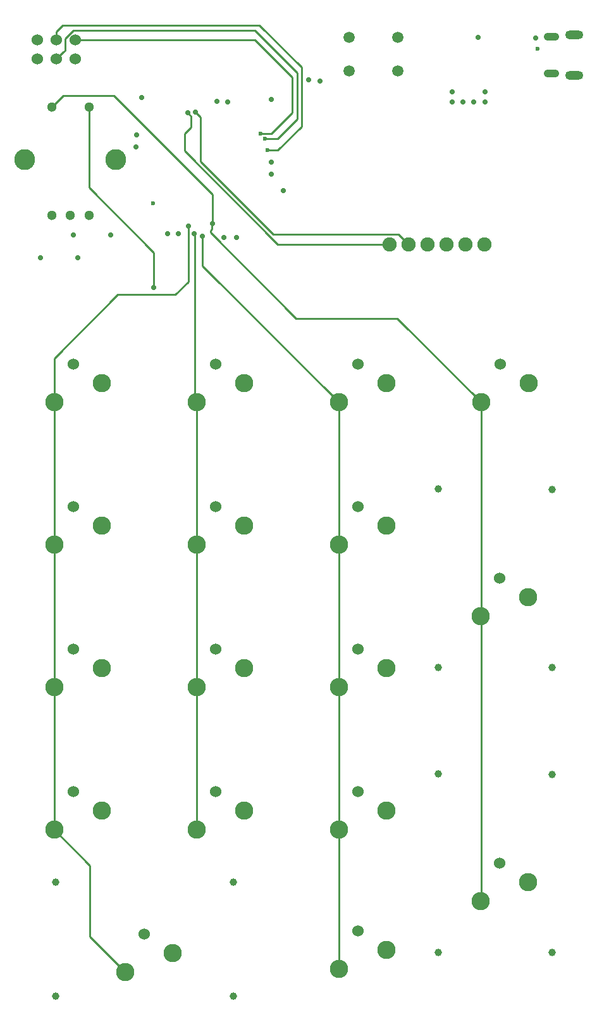
<source format=gbl>
G04*
G04 #@! TF.GenerationSoftware,Altium Limited,Altium Designer,22.9.1 (49)*
G04*
G04 Layer_Physical_Order=4*
G04 Layer_Color=16711680*
%FSLAX25Y25*%
%MOIN*%
G70*
G04*
G04 #@! TF.SameCoordinates,9D6E7D6E-5856-4DC7-B93E-05E9B7285799*
G04*
G04*
G04 #@! TF.FilePolarity,Positive*
G04*
G01*
G75*
%ADD43C,0.06000*%
%ADD55C,0.00984*%
%ADD60C,0.09646*%
%ADD61C,0.05906*%
%ADD62C,0.11024*%
%ADD63C,0.05118*%
%ADD64C,0.03937*%
%ADD65C,0.07500*%
%ADD66O,0.09449X0.04724*%
%ADD67O,0.05748X0.02874*%
%ADD68C,0.02362*%
%ADD69C,0.02756*%
%ADD70O,0.08268X0.04134*%
D43*
X24055Y508110D02*
D03*
X34055D02*
D03*
X44055D02*
D03*
X24055Y518110D02*
D03*
X34055D02*
D03*
X44055D02*
D03*
X267799Y84870D02*
D03*
X192823Y49118D02*
D03*
X80413Y47441D02*
D03*
X192914Y122441D02*
D03*
X117913D02*
D03*
X42913D02*
D03*
X267799Y234870D02*
D03*
X192914Y197441D02*
D03*
X117913D02*
D03*
X42913D02*
D03*
X267914Y347441D02*
D03*
X192914Y272441D02*
D03*
X117913D02*
D03*
X42913D02*
D03*
X192914Y347441D02*
D03*
X117913D02*
D03*
X42913D02*
D03*
D55*
X138779Y518110D02*
X158268Y498622D01*
X44055Y518110D02*
X138779D01*
X42820Y523228D02*
X138583D01*
X160827Y500984D01*
X34055Y508110D02*
X37739Y511794D01*
X38605Y512660D02*
Y519013D01*
X37739Y511794D02*
Y511794D01*
X38605Y512660D01*
Y519013D02*
X42820Y523228D01*
X141142Y525787D02*
X163189Y503740D01*
X34055Y518110D02*
Y522638D01*
X37205Y525787D01*
X141142D01*
X111024Y399331D02*
X182914Y327441D01*
X111024Y399331D02*
Y414764D01*
X150787Y460039D02*
X163189Y472441D01*
X145276Y460039D02*
X150787D01*
X163189Y472441D02*
Y503740D01*
X158268Y479724D02*
Y498622D01*
X141650Y468815D02*
X147358D01*
X158268Y479724D01*
X144095Y466142D02*
X150591D01*
X160827Y476378D01*
Y500984D01*
X141535Y468701D02*
X141650Y468815D01*
X101575Y468756D02*
X105118Y472300D01*
X103150Y479724D02*
X105118Y477756D01*
Y472300D02*
Y477756D01*
X101575Y459842D02*
Y468756D01*
Y459842D02*
X150803Y410614D01*
X96653Y384055D02*
X103543Y390945D01*
Y420079D01*
X107032Y328322D02*
X107913Y327441D01*
X107032Y328322D02*
Y415803D01*
X106693Y416142D02*
X107032Y415803D01*
X115354Y416787D02*
Y418024D01*
X116000Y418670D01*
Y421118D02*
X116339Y421457D01*
X64173Y488976D02*
X116339Y436811D01*
Y421457D02*
Y436811D01*
X116000Y418670D02*
Y421118D01*
X32913Y350653D02*
X66316Y384055D01*
X96653D01*
X85433Y387992D02*
Y406299D01*
X51181Y440551D02*
X85433Y406299D01*
X51181Y440551D02*
Y482874D01*
X31496D02*
X37598Y488976D01*
X64173D01*
X115354Y416787D02*
X160460Y371681D01*
X182869Y102441D02*
Y177441D01*
Y252441D02*
Y327396D01*
Y29163D02*
Y102441D01*
Y177441D02*
Y252441D01*
X107283Y480315D02*
X110039Y477559D01*
Y454184D02*
X148368Y415856D01*
X110039Y454184D02*
Y477559D01*
X148368Y415856D02*
X214274D01*
X219516Y410614D01*
X150803D02*
X209516D01*
X32913Y327441D02*
Y350653D01*
X257856Y64928D02*
Y327383D01*
X213674Y371681D02*
X257914Y327441D01*
X160460Y371681D02*
X213674D01*
X51663Y46191D02*
Y83691D01*
Y46191D02*
X70413Y27441D01*
X32913Y102441D02*
X51663Y83691D01*
X257856Y327383D02*
X257914Y327441D01*
X257799Y64871D02*
X257856Y64928D01*
X182823Y29118D02*
X182869Y29163D01*
Y327396D02*
X182914Y327441D01*
X107913Y252441D02*
Y327441D01*
Y177441D02*
Y252441D01*
Y102441D02*
Y177441D01*
X32913Y252441D02*
Y327441D01*
Y177441D02*
Y252441D01*
Y102441D02*
Y177441D01*
D60*
X282799Y74871D02*
D03*
X257799Y64871D02*
D03*
X207823Y39118D02*
D03*
X182823Y29118D02*
D03*
X95413Y37441D02*
D03*
X70413Y27441D02*
D03*
X207914Y112441D02*
D03*
X182914Y102441D02*
D03*
X132913Y112441D02*
D03*
X107913Y102441D02*
D03*
X57913Y112441D02*
D03*
X32913Y102441D02*
D03*
X282799Y224870D02*
D03*
X257799Y214870D02*
D03*
X207914Y187441D02*
D03*
X182914Y177441D02*
D03*
X132913Y187441D02*
D03*
X107913Y177441D02*
D03*
X57913Y187441D02*
D03*
X32913Y177441D02*
D03*
X282914Y337441D02*
D03*
X257914Y327441D02*
D03*
X207914Y262441D02*
D03*
X182914Y252441D02*
D03*
X132913Y262441D02*
D03*
X107913Y252441D02*
D03*
X57913Y262441D02*
D03*
X32913Y252441D02*
D03*
X207914Y337441D02*
D03*
X182914Y327441D02*
D03*
X132913Y337441D02*
D03*
X107913Y327441D02*
D03*
X57913Y337441D02*
D03*
X32913Y327441D02*
D03*
D61*
X213976Y519488D02*
D03*
X188386D02*
D03*
X213976Y501772D02*
D03*
X188386D02*
D03*
D62*
X65354Y455315D02*
D03*
X17323D02*
D03*
D63*
X41339Y425787D02*
D03*
X51181D02*
D03*
X31496D02*
D03*
X51181Y482874D02*
D03*
X31496D02*
D03*
D64*
X295358Y37823D02*
D03*
Y131524D02*
D03*
X235358Y38020D02*
D03*
Y131721D02*
D03*
X127461Y75000D02*
D03*
X33760D02*
D03*
X127264Y15000D02*
D03*
X33563D02*
D03*
X295358Y187823D02*
D03*
Y281524D02*
D03*
X235358Y188020D02*
D03*
Y281720D02*
D03*
D65*
X209516Y410614D02*
D03*
X249516D02*
D03*
X259516D02*
D03*
X239516D02*
D03*
X229516D02*
D03*
X219516D02*
D03*
D66*
X306890Y520965D02*
D03*
Y499508D02*
D03*
D67*
X294961Y519783D02*
D03*
Y500689D02*
D03*
D68*
X141535Y468701D02*
D03*
X144095Y466142D02*
D03*
X145276Y460039D02*
D03*
X85039Y432087D02*
D03*
X287795Y513583D02*
D03*
D69*
X147244Y447441D02*
D03*
X147441Y453740D02*
D03*
X153543Y438779D02*
D03*
X173031Y496457D02*
D03*
X118504Y485827D02*
D03*
X124409Y485630D02*
D03*
X128937Y414173D02*
D03*
X122244D02*
D03*
X75984Y461811D02*
D03*
X103150Y479724D02*
D03*
X103543Y420079D02*
D03*
X106693Y416142D02*
D03*
X111024Y414764D02*
D03*
X116339Y421457D02*
D03*
X147441Y487008D02*
D03*
X256260Y519583D02*
D03*
X259842Y490945D02*
D03*
X242520D02*
D03*
X242520Y485433D02*
D03*
X166929Y497244D02*
D03*
X248294Y485433D02*
D03*
X259842D02*
D03*
X254068D02*
D03*
X85433Y387992D02*
D03*
X107283Y480315D02*
D03*
X98425Y416142D02*
D03*
X92520Y416339D02*
D03*
X286811Y519291D02*
D03*
X45472Y403658D02*
D03*
X62795Y415665D02*
D03*
X42913D02*
D03*
X25591Y403658D02*
D03*
X76181Y468110D02*
D03*
X78937Y487992D02*
D03*
D70*
X294961Y519783D02*
D03*
Y500689D02*
D03*
M02*

</source>
